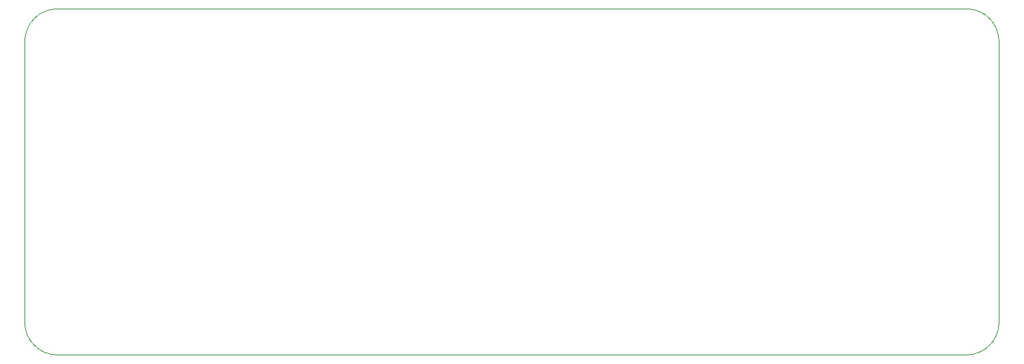
<source format=gbr>
%TF.GenerationSoftware,KiCad,Pcbnew,(6.0.4)*%
%TF.CreationDate,2022-05-05T14:57:31-04:00*%
%TF.ProjectId,KSGER Controller,4b534745-5220-4436-9f6e-74726f6c6c65,rev?*%
%TF.SameCoordinates,Original*%
%TF.FileFunction,Profile,NP*%
%FSLAX46Y46*%
G04 Gerber Fmt 4.6, Leading zero omitted, Abs format (unit mm)*
G04 Created by KiCad (PCBNEW (6.0.4)) date 2022-05-05 14:57:31*
%MOMM*%
%LPD*%
G01*
G04 APERTURE LIST*
%TA.AperFunction,Profile*%
%ADD10C,0.100000*%
%TD*%
G04 APERTURE END LIST*
D10*
X199390000Y-118110000D02*
G75*
G03*
X203200000Y-114300000I0J3810000D01*
G01*
X88900000Y-114300000D02*
G75*
G03*
X92710000Y-118110000I3810000J0D01*
G01*
X92710000Y-77470000D02*
X199390000Y-77470000D01*
X199390000Y-118110000D02*
X92710000Y-118110000D01*
X88900000Y-114300000D02*
X88900000Y-81280000D01*
X203200000Y-81280000D02*
X203200000Y-114300000D01*
X203200000Y-81280000D02*
G75*
G03*
X199390000Y-77470000I-3810000J0D01*
G01*
X92710000Y-77470000D02*
G75*
G03*
X88900000Y-81280000I0J-3810000D01*
G01*
M02*

</source>
